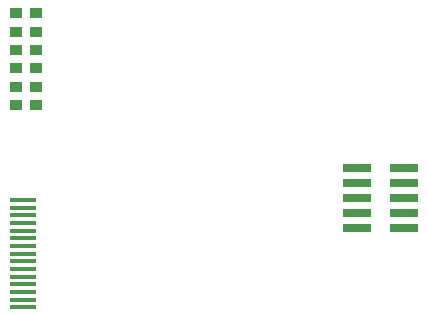
<source format=gbp>
%FSLAX43Y43*%
%MOMM*%
G71*
G01*
G75*
G04 Layer_Color=128*
%ADD10R,2.500X1.200*%
%ADD11R,0.800X0.650*%
%ADD12R,0.900X0.600*%
%ADD13R,1.350X1.500*%
%ADD14R,0.762X0.762*%
%ADD15R,0.700X0.700*%
%ADD16O,0.550X1.750*%
%ADD17O,1.750X0.550*%
%ADD18R,0.600X0.900*%
%ADD19R,0.650X0.800*%
%ADD20R,1.200X1.200*%
%ADD21R,1.000X2.250*%
%ADD22R,1.150X1.350*%
%ADD23R,2.000X2.500*%
%ADD24R,0.500X2.300*%
%ADD25R,1.500X3.280*%
%ADD26R,1.500X0.990*%
%ADD27R,0.950X1.750*%
%ADD28R,1.100X1.000*%
%ADD29R,1.100X0.600*%
%ADD30R,1.500X0.800*%
%ADD31R,1.300X0.600*%
%ADD32R,1.300X1.600*%
%ADD33O,0.300X1.700*%
%ADD34O,1.700X0.300*%
%ADD35R,0.800X1.000*%
%ADD36R,1.000X1.000*%
%ADD37R,0.950X1.000*%
%ADD38R,1.000X0.950*%
%ADD39O,0.700X0.250*%
%ADD40O,0.250X0.700*%
%ADD41R,1.400X3.000*%
%ADD42R,2.000X8.000*%
%ADD43C,0.175*%
%ADD44C,0.230*%
%ADD45C,0.150*%
%ADD46C,0.300*%
%ADD47C,0.200*%
%ADD48R,0.900X0.300*%
%ADD49R,1.700X1.700*%
%ADD50C,0.500*%
%ADD51C,1.700*%
%ADD52C,2.000*%
%ADD53C,3.600*%
%ADD54C,1.300*%
%ADD55C,0.550*%
%ADD56C,0.500*%
%ADD57C,1.600*%
%ADD58C,1.500*%
G04:AMPARAMS|DCode=59|XSize=2.524mm|YSize=2.524mm|CornerRadius=0mm|HoleSize=0mm|Usage=FLASHONLY|Rotation=0.000|XOffset=0mm|YOffset=0mm|HoleType=Round|Shape=Relief|Width=0.254mm|Gap=0.254mm|Entries=4|*
%AMTHD59*
7,0,0,2.524,2.016,0.254,45*
%
%ADD59THD59*%
%ADD60C,2.600*%
G04:AMPARAMS|DCode=61|XSize=4.624mm|YSize=4.624mm|CornerRadius=0mm|HoleSize=0mm|Usage=FLASHONLY|Rotation=0.000|XOffset=0mm|YOffset=0mm|HoleType=Round|Shape=Relief|Width=0.254mm|Gap=0.254mm|Entries=4|*
%AMTHD61*
7,0,0,4.624,4.116,0.254,45*
%
%ADD61THD61*%
G04:AMPARAMS|DCode=62|XSize=2.424mm|YSize=2.424mm|CornerRadius=0mm|HoleSize=0mm|Usage=FLASHONLY|Rotation=0.000|XOffset=0mm|YOffset=0mm|HoleType=Round|Shape=Relief|Width=0.254mm|Gap=0.254mm|Entries=4|*
%AMTHD62*
7,0,0,2.424,1.916,0.254,45*
%
%ADD62THD62*%
%ADD63C,0.850*%
%ADD64C,3.700*%
%ADD65R,2.400X0.800*%
%ADD66R,2.200X0.350*%
%ADD67C,1.270*%
%ADD68R,0.300X0.900*%
%ADD69C,0.800*%
%ADD70C,0.250*%
%ADD71C,0.254*%
%ADD72C,0.125*%
%ADD73C,0.640*%
%ADD74C,0.100*%
%ADD75R,1.750X1.750*%
%ADD76R,1.700X1.700*%
%ADD77R,0.900X0.510*%
%ADD78R,2.700X1.400*%
%ADD79R,1.000X0.850*%
%ADD80R,1.100X0.800*%
%ADD81R,1.550X1.700*%
%ADD82R,0.962X0.962*%
%ADD83R,0.900X0.900*%
%ADD84O,0.750X1.950*%
%ADD85O,1.950X0.750*%
%ADD86R,0.800X1.100*%
%ADD87R,0.850X1.000*%
%ADD88R,1.400X1.400*%
%ADD89R,1.200X2.450*%
%ADD90R,1.350X1.550*%
%ADD91R,2.200X2.700*%
%ADD92R,0.700X2.500*%
%ADD93R,1.700X3.480*%
%ADD94R,1.700X1.190*%
%ADD95R,1.150X1.950*%
%ADD96R,1.300X1.200*%
%ADD97R,1.300X0.800*%
%ADD98R,1.700X1.000*%
%ADD99R,1.500X0.800*%
%ADD100R,1.500X1.800*%
%ADD101O,0.500X1.900*%
%ADD102O,1.900X0.500*%
%ADD103R,1.000X1.200*%
%ADD104R,1.200X1.200*%
%ADD105R,1.150X1.200*%
%ADD106R,1.200X1.150*%
%ADD107O,0.900X0.450*%
%ADD108O,0.450X0.900*%
%ADD109R,1.600X3.200*%
%ADD110R,2.200X8.200*%
%ADD111R,1.900X1.900*%
%ADD112C,0.700*%
%ADD113C,1.900*%
%ADD114C,2.200*%
%ADD115C,3.800*%
%ADD116R,0.750X0.510*%
%ADD117R,0.800X0.510*%
%ADD118R,0.510X0.500*%
%ADD119R,0.510X0.825*%
%ADD120R,0.510X0.900*%
%ADD121R,2.600X1.000*%
%ADD122R,2.400X0.550*%
%ADD123C,1.470*%
%ADD124C,1.000*%
%ADD125C,0.750*%
D38*
X49175Y22450D02*
D03*
X50875D02*
D03*
X49175Y20900D02*
D03*
X50875D02*
D03*
X49175Y24000D02*
D03*
X50875D02*
D03*
X49175Y25550D02*
D03*
X50875D02*
D03*
X49175Y27100D02*
D03*
X50875D02*
D03*
X49175Y28650D02*
D03*
X50875D02*
D03*
D65*
X78050Y14270D02*
D03*
Y13000D02*
D03*
Y11730D02*
D03*
X81950D02*
D03*
Y14270D02*
D03*
Y13000D02*
D03*
Y15540D02*
D03*
X78050D02*
D03*
Y10460D02*
D03*
X81950D02*
D03*
D66*
X49750Y12850D02*
D03*
Y12200D02*
D03*
Y11550D02*
D03*
Y10900D02*
D03*
Y10250D02*
D03*
Y9600D02*
D03*
Y8950D02*
D03*
Y8300D02*
D03*
Y7650D02*
D03*
Y7000D02*
D03*
Y6350D02*
D03*
Y5700D02*
D03*
Y5050D02*
D03*
Y4400D02*
D03*
Y3750D02*
D03*
M02*

</source>
